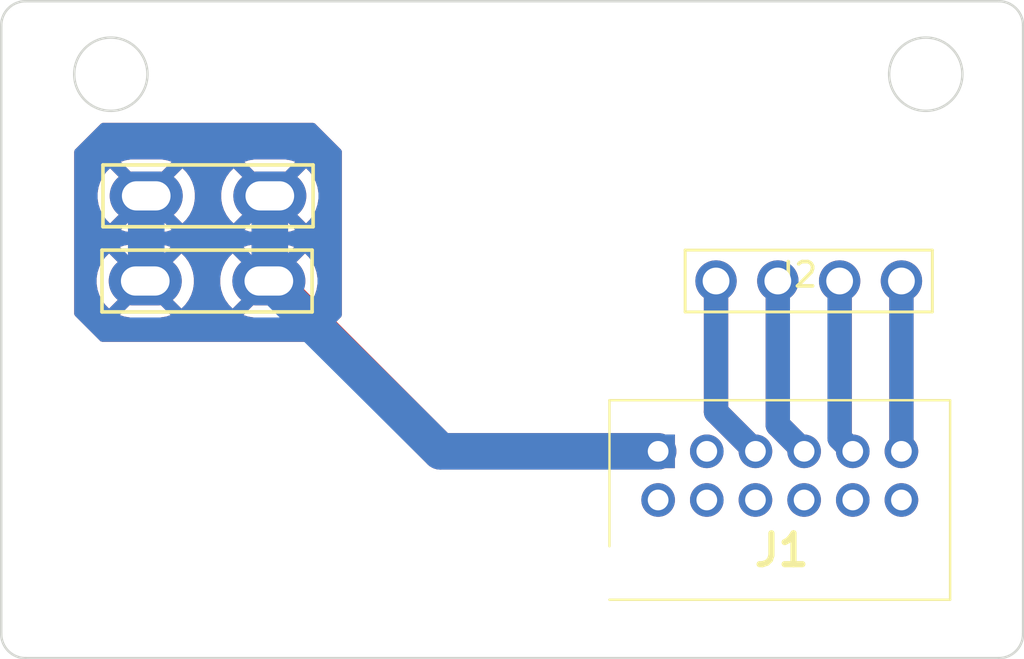
<source format=kicad_pcb>
(kicad_pcb (version 20241229) (generator "pcbnew") (generator_version "9.0")
  (title_block (title "Tesla-A_HW4 Harness") (date "2025-09-24") (rev "1 / 1"))
  (layers (0 "F.Cu" signal) (2 "B.Cu" signal) (13 "F.Paste" user) (15 "B.Paste" user) (5 "F.SilkS" user "F.Silkscreen") (7 "B.SilkS" user "B.Silkscreen") (1 "F.Mask" user) (3 "B.Mask" user) (25 "Edge.Cuts" user))
  (net 0 "")
  (net 1 "CAN0_H-OR")
  (net 3 "PT3")
  (net 4 "12VIN")
  (net 8 "PT4")
  (net 9 "CAN0_L-GR")
  (footprint "Tesla-A_HW4:5016451220" (layer "F.Cu") (at 151 81.5)
    (property "Reference" "J1" (at 5.08 4.064 0) (layer "F.SilkS") (effects (font (size 1.27 1.27) (thickness 0.254))))
    (property "Value" "5016451220" (hide yes))
    (fp_line (start -2 -2.1) (end -2 3.9) (stroke (width 0.1)) (layer "F.SilkS"))
    (fp_line (start -2 6.1) (end 12 6.1) (stroke (width 0.1)) (layer "F.SilkS"))
    (fp_line (start 12 -2.1) (end -2 -2.1) (stroke (width 0.1)) (layer "F.SilkS"))
    (fp_line (start 12 6.1) (end 12 -2.1) (stroke (width 0.1)) (layer "F.SilkS"))
    (pad "" np_thru_hole circle (at -1.2 5.1) (size 1.4 1.4) (drill 1.4) (layers "*.Cu" "*.Mask"))
    (pad "1" thru_hole rect (at 0 0) (size 1.381 1.381) (drill 0.85) (layers "*.Cu" "*.Mask") (net 4 "12VIN"))
    (pad "2" thru_hole circle (at 0 2) (size 1.381 1.381) (drill 0.85) (layers "*.Cu" "*.Mask"))
    (pad "3" thru_hole circle (at 2 0) (size 1.381 1.381) (drill 0.85) (layers "*.Cu" "*.Mask"))
    (pad "4" thru_hole circle (at 2 2) (size 1.381 1.381) (drill 0.85) (layers "*.Cu" "*.Mask"))
    (pad "5" thru_hole circle (at 4 0) (size 1.381 1.381) (drill 0.85) (layers "*.Cu" "*.Mask") (net 1 "CAN0_H-OR"))
    (pad "6" thru_hole circle (at 4 2) (size 1.381 1.381) (drill 0.85) (layers "*.Cu" "*.Mask"))
    (pad "7" thru_hole circle (at 6 0) (size 1.381 1.381) (drill 0.85) (layers "*.Cu" "*.Mask") (net 9 "CAN0_L-GR"))
    (pad "8" thru_hole circle (at 6 2) (size 1.381 1.381) (drill 0.85) (layers "*.Cu" "*.Mask"))
    (pad "9" thru_hole circle (at 8 0) (size 1.381 1.381) (drill 0.85) (layers "*.Cu" "*.Mask") (net 8 "PT4"))
    (pad "10" thru_hole circle (at 8 2) (size 1.381 1.381) (drill 0.85) (layers "*.Cu" "*.Mask"))
    (pad "11" thru_hole circle (at 10 0) (size 1.381 1.381) (drill 0.85) (layers "*.Cu" "*.Mask") (net 3 "PT3"))
    (pad "12" thru_hole circle (at 10 2) (size 1.381 1.381) (drill 0.85) (layers "*.Cu" "*.Mask"))
  )
  (footprint "Tesla-A_HW4:EST026_Connector" (layer "F.Cu") (at 129.92 74.5)
    (property "Reference" "J3" (hide yes))
    (property "Value" "~" (hide yes))
    (fp_line (start -1.778 -1.27) (end -1.778 1.27) (stroke (width 0.15)) (layer "F.SilkS"))
    (fp_line (start -1.778 1.27) (end 6.858 1.27) (stroke (width 0.15)) (layer "F.SilkS"))
    (fp_line (start 6.858 -1.27) (end -1.778 -1.27) (stroke (width 0.15)) (layer "F.SilkS"))
    (fp_line (start 6.858 1.27) (end 6.858 -1.27) (stroke (width 0.15)) (layer "F.SilkS"))
    (pad "1" thru_hole oval (at 0 0) (size 3 2) (drill oval 2 1.2) (layers "*.Cu" "*.Mask") (net 4 "12VIN"))
    (pad "1" thru_hole oval (at 5.08 0) (size 3 2) (drill oval 2 1.2) (layers "*.Cu" "*.Mask") (net 4 "12VIN"))
  )
  (footprint "Tesla-A_HW4:EST026_Connector" (layer "F.Cu") (at 129.96 71)
    (property "Reference" "J3" (hide yes))
    (property "Value" "~" (hide yes))
    (fp_line (start -1.778 -1.27) (end -1.778 1.27) (stroke (width 0.15)) (layer "F.SilkS"))
    (fp_line (start -1.778 1.27) (end 6.858 1.27) (stroke (width 0.15)) (layer "F.SilkS"))
    (fp_line (start 6.858 -1.27) (end -1.778 -1.27) (stroke (width 0.15)) (layer "F.SilkS"))
    (fp_line (start 6.858 1.27) (end 6.858 -1.27) (stroke (width 0.15)) (layer "F.SilkS"))
    (pad "1" thru_hole oval (at 0 0) (size 3 2) (drill oval 2 1.2) (layers "*.Cu" "*.Mask") (net 4 "12VIN"))
    (pad "1" thru_hole oval (at 5.08 0) (size 3 2) (drill oval 2 1.2) (layers "*.Cu" "*.Mask") (net 4 "12VIN"))
  )
  (footprint "Tesla-A_HW4:TestPoint_Bridge_Pitch2.0mm_Drill0.7mm" (layer "F.Cu") (at 161 74.5 180)
    (property "Reference" "J2" (at 4.318 0.254 0) (layer "F.SilkS"))
    (property "Value" "Conn_01x04_Pin")
    (fp_line (start 8.89 1.27) (end 8.89 -1.27) (stroke (width 0.12)) (layer "F.SilkS"))
    (fp_line (start 8.89 -1.27) (end -1.27 -1.27) (stroke (width 0.12)) (layer "F.SilkS"))
    (fp_line (start -1.27 1.27) (end 8.89 1.27) (stroke (width 0.12)) (layer "F.SilkS"))
    (fp_line (start -1.27 -1.27) (end -1.27 1.27) (stroke (width 0.12)) (layer "F.SilkS"))
    (pad "1" thru_hole circle (at 0 0 180) (size 1.7 1.7) (drill 1.1) (layers "*.Cu" "*.Mask") (net 3 "PT3"))
    (pad "2" thru_hole circle (at 2.54 0 180) (size 1.7 1.7) (drill 1.1) (layers "*.Cu" "*.Mask") (net 8 "PT4"))
    (pad "3" thru_hole circle (at 5.08 0 180) (size 1.7 1.7) (drill 1.1) (layers "*.Cu" "*.Mask") (net 9 "CAN0_L-GR"))
    (pad "4" thru_hole circle (at 7.62 0 180) (size 1.7 1.7) (drill 1.1) (layers "*.Cu" "*.Mask") (net 1 "CAN0_H-OR"))
  )
  (gr_arc (start 125 90) (mid 124.292893 89.707107) (end 124 89) (stroke (width 0.1)) (layer "Edge.Cuts"))
  (gr_line (start 125 63) (end 165 63) (stroke (width 0.1)) (layer "Edge.Cuts"))
  (gr_arc (start 166 89) (mid 165.707107 89.707107) (end 165 90) (stroke (width 0.1)) (layer "Edge.Cuts"))
  (gr_line (start 165 90) (end 125 90) (stroke (width 0.1)) (layer "Edge.Cuts"))
  (gr_line (start 124 89) (end 124 64) (stroke (width 0.1)) (layer "Edge.Cuts"))
  (gr_arc (start 165 63) (mid 165.707107 63.292893) (end 166 64) (stroke (width 0.1)) (layer "Edge.Cuts"))
  (gr_arc (start 124 64) (mid 124.292893 63.292893) (end 125 63) (stroke (width 0.1)) (layer "Edge.Cuts"))
  (gr_circle (center 162 66) (end 162.841647 67.248287) (stroke (width 0.1)) (fill no) (layer "Edge.Cuts"))
  (gr_circle (center 128.50552 66) (end 129.347167 67.248287) (stroke (width 0.1)) (fill no) (layer "Edge.Cuts"))
  (gr_line (start 166 64) (end 166 89) (stroke (width 0.1)) (layer "Edge.Cuts"))
  (segment (start 153.38 74.5) (end 153.38 79.88) (width 1) (layer "F.Cu") (net 1))
  (segment (start 153.38 79.88) (end 155 81.5) (width 1) (layer "F.Cu") (net 1))
  (segment (start 153.38 79.88) (end 155 81.5) (width 1) (layer "B.Cu") (net 1))
  (segment (start 153.38 74.5) (end 153.38 79.88) (width 1) (layer "B.Cu") (net 1))
  (segment (start 161 74.5) (end 161 81.5) (width 1) (layer "F.Cu") (net 3))
  (segment (start 161 74.5) (end 161 81.5) (width 1) (layer "B.Cu") (net 3))
  (segment (start 142.05 81.5) (end 151 81.5) (width 1.5) (layer "F.Cu") (net 4))
  (segment (start 129.96 74.46) (end 129.92 74.5) (width 1.5) (layer "F.Cu") (net 4))
  (segment (start 135 74.5) (end 135.05 74.5) (width 1.5) (layer "F.Cu") (net 4))
  (segment (start 129.96 71) (end 129.96 74.46) (width 1.5) (layer "F.Cu") (net 4))
  (segment (start 135.05 74.5) (end 142.05 81.5) (width 1.5) (layer "F.Cu") (net 4))
  (segment (start 135.04 71) (end 135.04 74.46) (width 1.5) (layer "F.Cu") (net 4))
  (segment (start 135.04 74.46) (end 135 74.5) (width 1.5) (layer "F.Cu") (net 4))
  (segment (start 135.04 71) (end 135.04 74.46) (width 1.5) (layer "B.Cu") (net 4))
  (segment (start 129.96 71) (end 129.96 74.46) (width 1.5) (layer "B.Cu") (net 4))
  (segment (start 135.04 74.46) (end 135 74.5) (width 1.5) (layer "B.Cu") (net 4))
  (segment (start 135 74.5) (end 142.05 81.5) (width 1.5) (layer "B.Cu") (net 4))
  (segment (start 129.96 74.46) (end 129.92 74.5) (width 1.5) (layer "B.Cu") (net 4))
  (segment (start 142.05 81.5) (end 151 81.5) (width 1.5) (layer "B.Cu") (net 4))
  (segment (start 158.46 74.5) (end 158.46 80.96) (width 1) (layer "F.Cu") (net 8))
  (segment (start 158.46 80.96) (end 159 81.5) (width 1) (layer "F.Cu") (net 8))
  (segment (start 158.46 74.5) (end 158.46 80.96) (width 1) (layer "B.Cu") (net 8))
  (segment (start 158.46 80.96) (end 159 81.5) (width 1) (layer "B.Cu") (net 8))
  (segment (start 155.92 80.42) (end 157 81.5) (width 1) (layer "F.Cu") (net 9))
  (segment (start 155.92 74.5) (end 155.92 80.42) (width 1) (layer "F.Cu") (net 9))
  (segment (start 155.92 80.42) (end 157 81.5) (width 1) (layer "B.Cu") (net 9))
  (segment (start 155.92 74.5) (end 155.92 80.42) (width 1) (layer "B.Cu") (net 9))
  (zone (net 4) (net_name "12VIN") (layers "F.Cu" "B.Cu") (connect_pads (clearance 0.5)) (min_thickness 0.25) (fill yes (thermal_gap 0.5) (thermal_bridge_width 0.5))
    (polygon (pts (xy 127 69.1324) (xy 128.1324 68) (xy 136.8676 68) (xy 138 69.1324) (xy 138 75.9475) (xy 136.9475 77) (xy 128.1033 77) (xy 127 75.8967)))
  )
)
</source>
